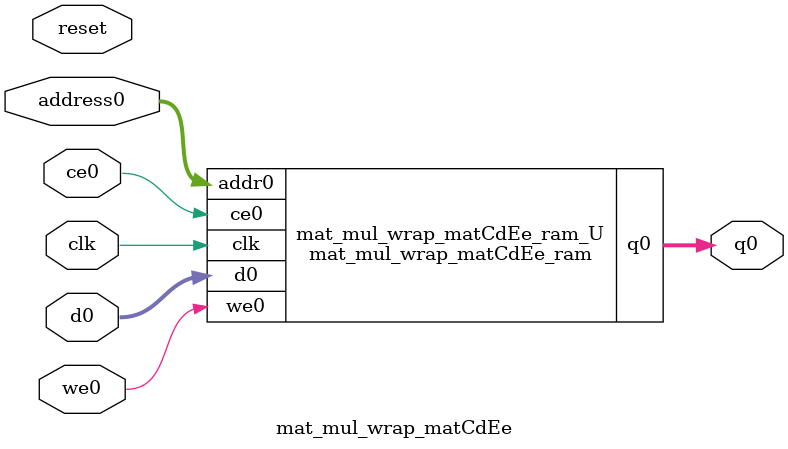
<source format=v>

`timescale 1 ns / 1 ps
module mat_mul_wrap_matCdEe_ram (addr0, ce0, d0, we0, q0,  clk);

parameter DWIDTH = 32;
parameter AWIDTH = 14;
parameter MEM_SIZE = 10000;

input[AWIDTH-1:0] addr0;
input ce0;
input[DWIDTH-1:0] d0;
input we0;
output reg[DWIDTH-1:0] q0;
input clk;

(* ram_style = "block" *)reg [DWIDTH-1:0] ram[0:MEM_SIZE-1];




always @(posedge clk)  
begin 
    if (ce0) 
    begin
        if (we0) 
        begin 
            ram[addr0] <= d0; 
            q0 <= d0;
        end 
        else 
            q0 <= ram[addr0];
    end
end


endmodule


`timescale 1 ns / 1 ps
module mat_mul_wrap_matCdEe(
    reset,
    clk,
    address0,
    ce0,
    we0,
    d0,
    q0);

parameter DataWidth = 32'd32;
parameter AddressRange = 32'd10000;
parameter AddressWidth = 32'd14;
input reset;
input clk;
input[AddressWidth - 1:0] address0;
input ce0;
input we0;
input[DataWidth - 1:0] d0;
output[DataWidth - 1:0] q0;



mat_mul_wrap_matCdEe_ram mat_mul_wrap_matCdEe_ram_U(
    .clk( clk ),
    .addr0( address0 ),
    .ce0( ce0 ),
    .d0( d0 ),
    .we0( we0 ),
    .q0( q0 ));

endmodule


</source>
